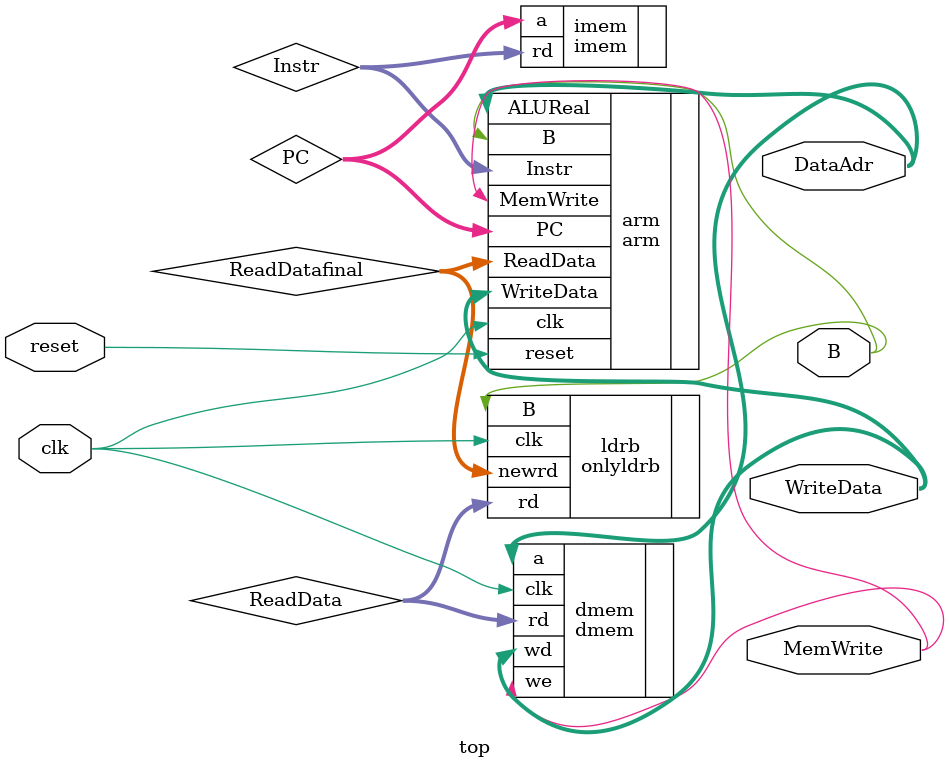
<source format=v>
module top (
	clk,
	reset,
	WriteData,
	DataAdr,
	MemWrite,
	B
);
	input wire clk;
	input wire reset;
	output wire [31:0] WriteData;
	output wire [31:0] DataAdr;
	output wire MemWrite;
	output wire B;
	wire [31:0] PC;
	wire [31:0] Instr;
	wire [31:0] ReadData;
	wire [31:0] ReadDatafinal;
	arm arm(
		.clk(clk),
		.reset(reset),
		.PC(PC),
		.Instr(Instr),
		.MemWrite(MemWrite),
		.B(B),
		.ALUReal(DataAdr),
		.WriteData(WriteData),
		.ReadData(ReadDatafinal)
	);
	imem imem(
		.a(PC),
		.rd(Instr)
	);
	dmem dmem(
		.clk(clk),
		.we(MemWrite),
		.a(DataAdr),
		.wd(WriteData),
		.rd(ReadData)
	);

	onlyldrb ldrb(
		.clk(clk),
		.B(B), 
		.rd(ReadData),
		.newrd(ReadDatafinal)
	);

endmodule
</source>
